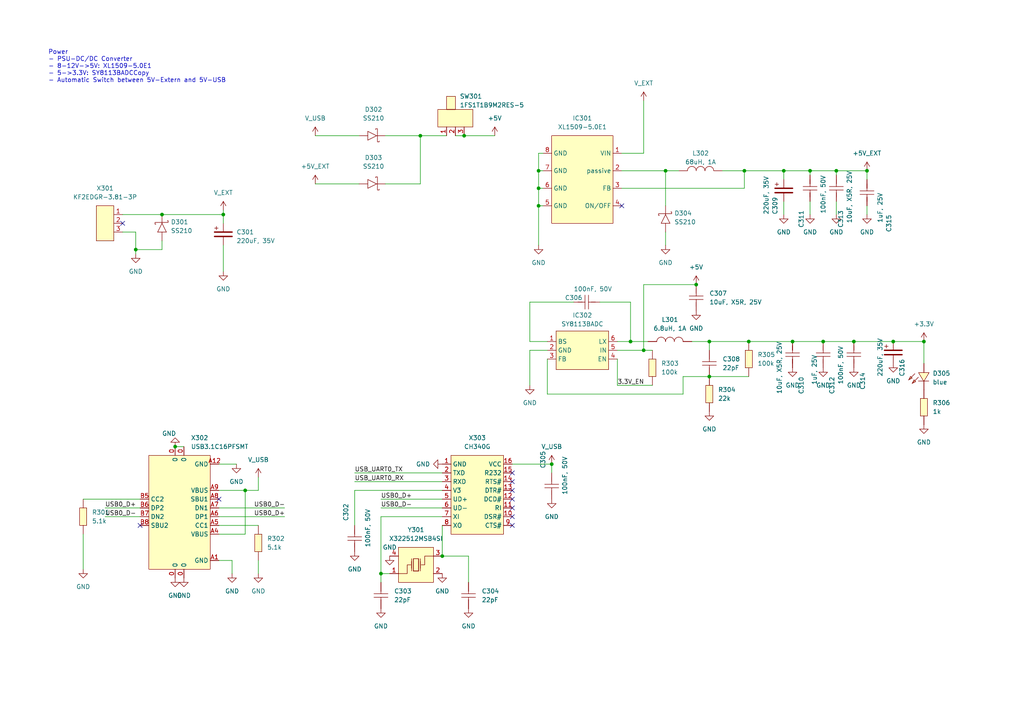
<source format=kicad_sch>
(kicad_sch (version 20211123) (generator eeschema)
  (paper "A4")
  (title_block (title "EduboardV2 Baseboard") (date "2022-06-05") (rev "1") (company "Juventus Technikerschule"))
  (lib_symbols
    (symbol "+5V_1" (power) (pin_names (offset 0))
      (property "Value" "+5V_1" (at 0 5.08 0))
      (symbol "+5V_1_1_1"
        (pin power_out line (at 0 0 90) (length 0) hide (name "+5V") (number "1"))
      )
    )
    (symbol "+5V_EXT_1" (power) (pin_names (offset 0))
      (property "Value" "+5V_EXT_1" (at 0 5.08 0))
      (symbol "+5V_EXT_1_1_1"
        (pin power_out line (at 0 0 90) (length 0) hide (name "+5V_EXT") (number "1"))
      )
    )
    (symbol "GND_1" (power) (pin_names (offset 0))
      (property "Value" "GND_1" (at 0 -5.08 0))
      (symbol "GND_1_1_1"
        (pin power_out line (at 0 0 270) (length 0) hide (name "GND") (number "1"))
      )
    )
    (symbol "GND_11" (power) (pin_names (offset 0))
      (property "Value" "GND_11" (at 0 -5.08 0))
      (symbol "GND_11_1_1"
        (pin power_out line (at 0 0 270) (length 0) hide (name "GND") (number "1"))
      )
    )
    (symbol "GND_12" (power) (pin_names (offset 0))
      (property "Value" "GND_12" (at 0 -5.08 0))
      (symbol "GND_12_1_1"
        (pin power_out line (at 0 0 270) (length 0) hide (name "GND") (number "1"))
      )
    )
    (symbol "GND_13" (power) (pin_names (offset 0))
      (property "Value" "GND_13" (at 0 -5.08 0))
      (symbol "GND_13_1_1"
        (pin power_out line (at 0 0 270) (length 0) hide (name "GND") (number "1"))
      )
    )
    (symbol "GND_14" (power) (pin_names (offset 0))
      (property "Value" "GND_14" (at 0 -5.08 0))
      (symbol "GND_14_1_1"
        (pin power_out line (at 0 0 270) (length 0) hide (name "GND") (number "1"))
      )
    )
    (symbol "GND_15" (power) (pin_names (offset 0))
      (property "Value" "GND_15" (at 0 -5.08 0))
      (symbol "GND_15_1_1"
        (pin power_out line (at 0 0 270) (length 0) hide (name "GND") (number "1"))
      )
    )
    (symbol "GND_16" (power) (pin_names (offset 0))
      (property "Value" "GND_16" (at 0 -5.08 0))
      (symbol "GND_16_1_1"
        (pin power_out line (at 0 0 270) (length 0) hide (name "GND") (number "1"))
      )
    )
    (symbol "GND_17" (power) (pin_names (offset 0))
      (property "Value" "GND_17" (at 0 -5.08 0))
      (symbol "GND_17_1_1"
        (pin power_out line (at 0 0 270) (length 0) hide (name "GND") (number "1"))
      )
    )
    (symbol "GND_18" (power) (pin_names (offset 0))
      (property "Value" "GND_18" (at 0 -5.08 0))
      (symbol "GND_18_1_1"
        (pin power_out line (at 0 0 270) (length 0) hide (name "GND") (number "1"))
      )
    )
    (symbol "GND_19" (power) (pin_names (offset 0))
      (property "Value" "GND_19" (at 0 -5.08 0))
      (symbol "GND_19_1_1"
        (pin power_out line (at 0 0 270) (length 0) hide (name "GND") (number "1"))
      )
    )
    (symbol "GND_2" (power) (pin_names (offset 0))
      (property "Value" "GND_2" (at 0 -5.08 0))
      (symbol "GND_2_1_1"
        (pin power_out line (at 0 0 270) (length 0) hide (name "GND") (number "1"))
      )
    )
    (symbol "GND_20" (power) (pin_names (offset 0))
      (property "Value" "GND_20" (at 0 -5.08 0))
      (symbol "GND_20_1_1"
        (pin power_out line (at 0 0 270) (length 0) hide (name "GND") (number "1"))
      )
    )
    (symbol "GND_21" (power) (pin_names (offset 0))
      (property "Value" "GND_21" (at 0 -5.08 0))
      (symbol "GND_21_1_1"
        (pin power_out line (at 0 0 270) (length 0) hide (name "GND") (number "1"))
      )
    )
    (symbol "GND_22" (power) (pin_names (offset 0))
      (property "Value" "GND_22" (at 0 -5.08 0))
      (symbol "GND_22_1_1"
        (pin power_out line (at 0 0 270) (length 0) hide (name "GND") (number "1"))
      )
    )
    (symbol "GND_23" (power) (pin_names (offset 0))
      (property "Value" "GND_23" (at 0 -5.08 0))
      (symbol "GND_23_1_1"
        (pin power_out line (at 0 0 270) (length 0) hide (name "GND") (number "1"))
      )
    )
    (symbol "GND_24" (power) (pin_names (offset 0))
      (property "Value" "GND_24" (at 0 -5.08 0))
      (symbol "GND_24_1_1"
        (pin power_out line (at 0 0 270) (length 0) hide (name "GND") (number "1"))
      )
    )
    (symbol "GND_25" (power) (pin_names (offset 0))
      (property "Value" "GND_25" (at 0 -5.08 0))
      (symbol "GND_25_1_1"
        (pin power_out line (at 0 0 270) (length 0) hide (name "GND") (number "1"))
      )
    )
    (symbol "GND_26" (power) (pin_names (offset 0))
      (property "Value" "GND_26" (at 0 -5.08 0))
      (symbol "GND_26_1_1"
        (pin power_out line (at 0 0 270) (length 0) hide (name "GND") (number "1"))
      )
    )
    (symbol "GND_27" (power) (pin_names (offset 0))
      (property "Value" "GND_27" (at 0 -5.08 0))
      (symbol "GND_27_1_1"
        (pin power_out line (at 0 0 270) (length 0) hide (name "GND") (number "1"))
      )
    )
    (symbol "GND_28" (power) (pin_names (offset 0))
      (property "Value" "GND_28" (at 0 -5.08 0))
      (symbol "GND_28_1_1"
        (pin power_out line (at 0 0 270) (length 0) hide (name "GND") (number "1"))
      )
    )
    (symbol "GND_29" (power) (pin_names (offset 0))
      (property "Value" "GND_29" (at 0 -5.08 0))
      (symbol "GND_29_1_1"
        (pin power_out line (at 0 0 270) (length 0) hide (name "GND") (number "1"))
      )
    )
    (symbol "GND_3" (power) (pin_names (offset 0))
      (property "Value" "GND_3" (at 0 -5.08 0))
      (symbol "GND_3_1_1"
        (pin power_out line (at 0 0 270) (length 0) hide (name "GND") (number "1"))
      )
    )
    (symbol "GND_4" (power) (pin_names (offset 0))
      (property "Value" "GND_4" (at 0 -5.08 0))
      (symbol "GND_4_1_1"
        (pin power_out line (at 0 0 270) (length 0) hide (name "GND") (number "1"))
      )
    )
    (symbol "GND_5" (power) (pin_names (offset 0))
      (property "Value" "GND_5" (at 0 -5.08 0))
      (symbol "GND_5_1_1"
        (pin power_out line (at 0 0 270) (length 0) hide (name "GND") (number "1"))
      )
    )
    (symbol "GND_6" (power) (pin_names (offset 0))
      (property "Value" "GND_6" (at 0 -5.08 0))
      (symbol "GND_6_1_1"
        (pin power_out line (at 0 0 270) (length 0) hide (name "GND") (number "1"))
      )
    )
    (symbol "GND_7" (power) (pin_names (offset 0))
      (property "Value" "GND_7" (at 0 -5.08 0))
      (symbol "GND_7_1_1"
        (pin power_out line (at 0 0 270) (length 0) hide (name "GND") (number "1"))
      )
    )
    (symbol "GND_8" (power) (pin_names (offset 0))
      (property "Value" "GND_8" (at 0 -5.08 0))
      (symbol "GND_8_1_1"
        (pin power_out line (at 0 0 270) (length 0) hide (name "GND") (number "1"))
      )
    )
    (symbol "GND_9" (power) (pin_names (offset 0))
      (property "Value" "GND_9" (at 0 -5.08 0))
      (symbol "GND_9_1_1"
        (pin power_out line (at 0 0 270) (length 0) hide (name "GND") (number "1"))
      )
    )
    (symbol "V_EXT_1" (power) (pin_names (offset 0))
      (property "Value" "V_EXT_1" (at 0 5.08 0))
      (symbol "V_EXT_1_1_1"
        (pin power_out line (at 0 0 90) (length 0) hide (name "V_EXT") (number "1"))
      )
    )
    (symbol "V_USB_1" (power) (pin_names (offset 0))
      (property "Value" "V_USB_1" (at 0 5.08 0))
      (symbol "V_USB_1_1_1"
        (pin power_out line (at 0 0 90) (length 0) hide (name "V_USB") (number "1"))
      )
    )
    (symbol "V_USB_2" (power) (pin_names (offset 0))
      (property "Value" "V_USB_2" (at 0 5.08 0))
      (symbol "V_USB_2_1_1"
        (pin power_out line (at 0 0 90) (length 0) hide (name "V_USB") (number "1"))
      )
    )
    (symbol "eduboardv2:+3.3V" (power) (pin_names (offset 0))
      (property "Value" "+3.3V" (at 0 5.08 0))
      (symbol "+3.3V_1_1"
        (pin power_out line (at 0 0 90) (length 0) hide (name "+3.3V") (number "1"))
      )
    )
    (symbol "eduboardv2:+5V" (power) (pin_names (offset 0))
      (property "Value" "+5V" (at 0 5.08 0))
      (symbol "+5V_1_1"
        (pin power_out line (at 0 0 90) (length 0) hide (name "+5V") (number "1"))
      )
    )
    (symbol "eduboardv2:+5V_EXT" (power) (pin_names (offset 0))
      (property "Value" "+5V_EXT" (at 0 5.08 0))
      (symbol "+5V_EXT_1_1"
        (pin power_out line (at 0 0 90) (length 0) hide (name "+5V_EXT") (number "1"))
      )
    )
    (symbol "eduboardv2:0402CG220J500NT" (pin_numbers hide) (pin_names hide)
      (property "Reference" "C?" (at 0 5.08 0))
      (property "Value" "0402CG220J500NT" (at 0 -5.08 0))
      (symbol "0402CG220J500NT_0_1"
        (pin passive line (at -3.81 0 0) (length 2.54) (name "1") (number "1"))
        (pin passive line (at 3.81 0 180) (length 2.54) (name "2") (number "2"))
      )
    )
    (symbol "eduboardv2:0402WGF1001TCE" (pin_numbers hide) (pin_names hide)
      (property "Reference" "R?" (at 0 5.08 0))
      (property "Value" "0402WGF1001TCE" (at 0 -5.08 0))
      (symbol "0402WGF1001TCE_0_1"
        (pin passive line (at -5.08 0 0) (length 2.54) (name "1") (number "1"))
        (pin passive line (at 5.08 0 180) (length 2.54) (name "2") (number "2"))
      )
    )
    (symbol "eduboardv2:0402WGF1003TCE" (pin_numbers hide) (pin_names hide)
      (property "Reference" "R?" (at 0 5.08 0))
      (property "Value" "0402WGF1003TCE" (at 0 -5.08 0))
      (symbol "0402WGF1003TCE_0_1"
        (pin passive line (at -5.08 0 0) (length 2.54) (name "1") (number "1"))
        (pin passive line (at 5.08 0 180) (length 2.54) (name "2") (number "2"))
      )
    )
    (symbol "eduboardv2:0402WGF2202TCE" (pin_numbers hide) (pin_names hide)
      (property "Reference" "R?" (at 0 5.08 0))
      (property "Value" "0402WGF2202TCE" (at 0 -5.08 0))
      (symbol "0402WGF2202TCE_0_1"
        (pin passive line (at -5.08 0 0) (length 2.54) (name "1") (number "1"))
        (pin passive line (at 5.08 0 180) (length 2.54) (name "2") (number "2"))
      )
    )
    (symbol "eduboardv2:0402WGF5101TCE" (pin_numbers hide) (pin_names hide)
      (property "Reference" "R?" (at 0 5.08 0))
      (property "Value" "0402WGF5101TCE" (at 0 -5.08 0))
      (symbol "0402WGF5101TCE_0_1"
        (pin passive line (at -5.08 0 0) (length 2.54) (name "1") (number "1"))
        (pin passive line (at 5.08 0 180) (length 2.54) (name "2") (number "2"))
      )
    )
    (symbol "eduboardv2:19-217_BHC-ZL1M2RY_3T" (pin_numbers hide) (pin_names hide)
      (property "Reference" "LED?" (at 0.3241 2.1166 0))
      (property "Value" "19-217_BHC-ZL1M2RY_3T" (at 0 -7.11 0))
      (symbol "19-217_BHC-ZL1M2RY_3T_0_1"
        (pin passive line (at 3.81 -2.54 180) (length 2.54) (name "A") (number "1"))
        (pin passive line (at -3.81 -2.54 0) (length 2.54) (name "C") (number "2"))
      )
    )
    (symbol "eduboardv2:1FS1T1B9M2RES-5" (pin_names hide)
      (property "Reference" "SW?" (at 0 0 0))
      (property "Value" "1FS1T1B9M2RES-5" (at 0 -10.16 0))
      (symbol "1FS1T1B9M2RES-5_0_1"
        (pin passive line (at -2.54 -5.08 90) (length 2.54) (name "1") (number "1"))
        (pin passive line (at 0 -5.08 90) (length 2.54) (name "2") (number "2"))
        (pin passive line (at 2.54 -5.08 90) (length 2.54) (name "3") (number "3"))
      )
    )
    (symbol "eduboardv2:CH340G"
      (property "Reference" "U?" (at 0 13.97 0))
      (property "Value" "CH340G" (at 0 -13.97 0))
      (symbol "CH340G_0_1"
        (pin passive line (at -10.16 8.89 0) (length 2.54) (name "GND") (number "1"))
        (pin passive line (at 10.16 -6.35 180) (length 2.54) (name "DSR#") (number "10"))
        (pin passive line (at 10.16 -3.81 180) (length 2.54) (name "RI") (number "11"))
        (pin passive line (at 10.16 -1.27 180) (length 2.54) (name "DCD#") (number "12"))
        (pin passive line (at 10.16 1.27 180) (length 2.54) (name "DTR#") (number "13"))
        (pin passive line (at 10.16 3.81 180) (length 2.54) (name "RTS#") (number "14"))
        (pin passive line (at 10.16 6.35 180) (length 2.54) (name "R232") (number "15"))
        (pin passive line (at 10.16 8.89 180) (length 2.54) (name "VCC") (number "16"))
        (pin passive line (at -10.16 6.35 0) (length 2.54) (name "TXD") (number "2"))
        (pin passive line (at -10.16 3.81 0) (length 2.54) (name "RXD") (number "3"))
        (pin passive line (at -10.16 1.27 0) (length 2.54) (name "V3") (number "4"))
        (pin passive line (at -10.16 -1.27 0) (length 2.54) (name "UD+") (number "5"))
        (pin passive line (at -10.16 -3.81 0) (length 2.54) (name "UD-") (number "6"))
        (pin passive line (at -10.16 -6.35 0) (length 2.54) (name "XI") (number "7"))
        (pin passive line (at -10.16 -8.89 0) (length 2.54) (name "XO") (number "8"))
        (pin passive line (at 10.16 -8.89 180) (length 2.54) (name "CTS#") (number "9"))
      )
    )
    (symbol "eduboardv2:CL05A105KA5NQNC" (pin_numbers hide) (pin_names hide)
      (property "Reference" "C?" (at 0 5.08 0))
      (property "Value" "CL05A105KA5NQNC" (at 0 -5.08 0))
      (symbol "CL05A105KA5NQNC_0_1"
        (pin passive line (at -3.81 0 0) (length 2.54) (name "1") (number "1"))
        (pin passive line (at 3.81 0 180) (length 2.54) (name "2") (number "2"))
      )
    )
    (symbol "eduboardv2:CL05B104KB54PNC" (pin_numbers hide) (pin_names hide)
      (property "Reference" "C?" (at 0 5.08 0))
      (property "Value" "CL05B104KB54PNC" (at 0 -5.08 0))
      (symbol "CL05B104KB54PNC_0_1"
        (pin passive line (at -3.81 0 0) (length 2.54) (name "1") (number "1"))
        (pin passive line (at 3.81 0 180) (length 2.54) (name "2") (number "2"))
      )
    )
    (symbol "eduboardv2:CL10A106MA8NRNC" (pin_numbers hide) (pin_names hide)
      (property "Reference" "C?" (at 0 5.08 0))
      (property "Value" "CL10A106MA8NRNC" (at 0 -5.08 0))
      (symbol "CL10A106MA8NRNC_0_1"
        (pin passive line (at -3.81 0 0) (length 2.54) (name "1") (number "1"))
        (pin passive line (at 3.81 0 180) (length 2.54) (name "2") (number "2"))
      )
    )
    (symbol "eduboardv2:GND" (power) (pin_names (offset 0))
      (property "Value" "GND" (at 0 -5.08 0))
      (symbol "GND_1_1"
        (pin power_out line (at 0 0 270) (length 0) hide (name "GND") (number "1"))
      )
    )
    (symbol "eduboardv2:KF2EDGR-3.81-3P" (pin_names hide)
      (property "Reference" "CN?" (at 0 7.62 0))
      (property "Value" "KF2EDGR-3.81-3P" (at 0 -7.62 0))
      (symbol "KF2EDGR-3.81-3P_0_1"
        (pin passive line (at -5.08 2.54 0) (length 2.54) (name "1") (number "1"))
        (pin passive line (at -5.08 0 0) (length 2.54) (name "2") (number "2"))
        (pin passive line (at -5.08 -2.54 0) (length 2.54) (name "3") (number "3"))
      )
    )
    (symbol "eduboardv2:SS210" (pin_numbers hide) (pin_names hide)
      (property "Reference" "D?" (at 0 5.08 0))
      (property "Value" "SS210" (at 0 -5.08 0))
      (symbol "SS210_0_1"
        (pin passive line (at -3.81 0 0) (length 2.54) (name "K") (number "1"))
        (pin passive line (at 3.81 0 180) (length 2.54) (name "A") (number "2"))
      )
    )
    (symbol "eduboardv2:SWPA4020S6R8MT" (pin_numbers hide)
      (property "Reference" "L?" (at 0 5.08 0))
      (property "Value" "SWPA4020S6R8MT" (at 0 -5.08 0))
      (symbol "SWPA4020S6R8MT_0_1"
        (pin passive line (at -6.35 0 0) (length 2.54) (name "") (number "1"))
        (pin passive line (at 6.35 0 180) (length 2.54) (name "") (number "2"))
      )
    )
    (symbol "eduboardv2:SWPA6045S680MT" (pin_numbers hide) (pin_names hide)
      (property "Reference" "L?" (at 0 5.08 0))
      (property "Value" "SWPA6045S680MT" (at 0 -5.08 0))
      (symbol "SWPA6045S680MT_0_1"
        (pin passive line (at -6.35 0 0) (length 2.54) (name "1") (number "1"))
        (pin passive line (at 6.35 0 180) (length 2.54) (name "2") (number "2"))
      )
    )
    (symbol "eduboardv2:SY8113BADC"
      (property "Reference" "U?" (at 0 7.62 0))
      (property "Value" "SY8113BADC" (at 0 -7.62 0))
      (symbol "SY8113BADC_0_1"
        (pin passive line (at -10.16 2.54 0) (length 2.54) (name "BS") (number "1"))
        (pin passive line (at -10.16 0 0) (length 2.54) (name "GND") (number "2"))
        (pin passive line (at -10.16 -2.54 0) (length 2.54) (name "FB") (number "3"))
        (pin passive line (at 10.16 -2.54 180) (length 2.54) (name "EN") (number "4"))
        (pin passive line (at 10.16 0 180) (length 2.54) (name "IN") (number "5"))
        (pin passive line (at 10.16 2.54 180) (length 2.54) (name "LX") (number "6"))
      )
    )
    (symbol "eduboardv2:USB3.1C16PFSMT"
      (property "Reference" "USBC?" (at 0 24.13 0))
      (property "Value" "USB3.1C16PFSMT" (at 0 -24.13 0))
      (symbol "USB3.1C16PFSMT_0_1"
        (pin passive line (at -1.27 -19.05 90) (length 2.54) (name "0") (number "0"))
        (pin passive line (at -1.27 19.05 270) (length 2.54) (name "0") (number "0"))
        (pin passive line (at 1.27 -19.05 90) (length 2.54) (name "0") (number "0"))
        (pin passive line (at 1.27 19.05 270) (length 2.54) (name "0") (number "0"))
        (pin passive line (at 11.43 -13.97 180) (length 2.54) (name "GND") (number "A1"))
        (pin passive line (at 11.43 13.97 180) (length 2.54) (name "GND") (number "A12"))
        (pin passive line (at 11.43 -6.35 180) (length 2.54) (name "VBUS") (number "A4"))
        (pin passive line (at 11.43 -3.81 180) (length 2.54) (name "CC1") (number "A5"))
        (pin passive line (at 11.43 -1.27 180) (length 2.54) (name "DP1") (number "A6"))
        (pin passive line (at 11.43 1.27 180) (length 2.54) (name "DN1") (number "A7"))
        (pin passive line (at 11.43 3.81 180) (length 2.54) (name "SBU1") (number "A8"))
        (pin passive line (at 11.43 6.35 180) (length 2.54) (name "VBUS") (number "A9"))
        (pin passive line (at -11.43 3.81 0) (length 2.54) (name "CC2") (number "B5"))
        (pin passive line (at -11.43 1.27 0) (length 2.54) (name "DP2") (number "B6"))
        (pin passive line (at -11.43 -1.27 0) (length 2.54) (name "DN2") (number "B7"))
        (pin passive line (at -11.43 -3.81 0) (length 2.54) (name "SBU2") (number "B8"))
      )
    )
    (symbol "eduboardv2:VEJ221M1VTR-0810" (pin_numbers hide) (pin_names hide)
      (property "Reference" "C?" (at 2.54 2.54 0))
      (property "Value" "VEJ221M1VTR-0810" (at 0 -12.45 0))
      (symbol "VEJ221M1VTR-0810_0_1"
        (pin passive line (at 0 3.81 270) (length 2.54) (name "1") (number "1"))
        (pin passive line (at 0 -2.54 90) (length 2.54) (name "2") (number "2"))
      )
    )
    (symbol "eduboardv2:V_EXT" (power) (pin_names (offset 0))
      (property "Value" "V_EXT" (at 0 5.08 0))
      (symbol "V_EXT_1_1"
        (pin power_out line (at 0 0 90) (length 0) hide (name "V_EXT") (number "1"))
      )
    )
    (symbol "eduboardv2:V_USB" (power) (pin_names (offset 0))
      (property "Value" "V_USB" (at 0 5.08 0))
      (symbol "V_USB_1_1"
        (pin power_out line (at 0 0 90) (length 0) hide (name "V_USB") (number "1"))
      )
    )
    (symbol "eduboardv2:X322512MSB4SI" (pin_names hide)
      (property "Reference" "X?" (at 0 7.62 0))
      (property "Value" "X322512MSB4SI" (at 0 -7.62 0))
      (symbol "X322512MSB4SI_0_1"
        (pin passive line (at -7.62 -2.54 0) (length 2.54) (name "OSC1") (number "1"))
        (pin passive line (at 7.62 -2.54 180) (length 2.54) (name "GND") (number "2"))
        (pin passive line (at 7.62 2.54 180) (length 2.54) (name "OSC2") (number "3"))
        (pin passive line (at -7.62 2.54 0) (length 2.54) (name "GND") (number "4"))
      )
    )
    (symbol "eduboardv2:XL1509-5.0E1"
      (property "Reference" "U?" (at 0 12.7 0))
      (property "Value" "XL1509-5.0E1" (at 0 -12.7 0))
      (symbol "XL1509-5.0E1_0_1"
        (pin passive line (at -11.43 7.62 0) (length 2.54) (name "VIN") (number "1"))
        (pin passive line (at -11.43 2.54 0) (length 2.54) (name "passive") (number "2"))
        (pin passive line (at -11.43 -2.54 0) (length 2.54) (name "FB") (number "3"))
        (pin passive line (at -11.43 -7.62 0) (length 2.54) (name "ON/OFF") (number "4"))
        (pin passive line (at 11.43 -7.62 180) (length 2.54) (name "GND") (number "5"))
        (pin passive line (at 11.43 -2.54 180) (length 2.54) (name "GND") (number "6"))
        (pin passive line (at 11.43 2.54 180) (length 2.54) (name "GND") (number "7"))
        (pin passive line (at 11.43 7.62 180) (length 2.54) (name "GND") (number "8"))
      )
    )
  )
  (junction (at 251.46 49.53))
  (junction (at 205.74 99.06))
  (junction (at 247.65 99.06))
  (junction (at 186.69 101.6))
  (junction (at 217.17 99.06))
  (junction (at 71.12 142.24))
  (junction (at 182.88 99.06))
  (junction (at 156.21 49.53))
  (junction (at 156.21 59.69))
  (junction (at 215.9 49.53))
  (junction (at 160.02 134.62))
  (junction (at 238.76 99.06))
  (junction (at 234.95 49.53))
  (junction (at 39.37 72.39))
  (junction (at 242.57 49.53))
  (junction (at 64.77 62.23))
  (junction (at 134.62 39.37))
  (junction (at 110.49 166.37))
  (junction (at 50.8 129.54))
  (junction (at 259.08 99.06))
  (junction (at 121.92 39.37))
  (junction (at 267.97 99.06))
  (junction (at 128.27 161.29))
  (junction (at 193.04 49.53))
  (junction (at 229.87 99.06))
  (junction (at 227.33 49.53))
  (junction (at 156.21 54.61))
  (junction (at 205.74 109.22))
  (junction (at 201.93 82.55))
  (junction (at 46.99 62.23))
  (no_connect (at 148.59 139.7))
  (no_connect (at 148.59 142.24))
  (no_connect (at 148.59 149.86))
  (no_connect (at 148.59 147.32))
  (no_connect (at 35.56 64.77))
  (no_connect (at 63.5 144.78))
  (no_connect (at 40.64 152.4))
  (no_connect (at 180.34 59.69))
  (no_connect (at 148.59 152.4))
  (no_connect (at 148.59 144.78))
  (no_connect (at 148.59 137.16))
  (wire (pts (xy 46.99 72.39) (xy 39.37 72.39)))
  (wire (pts (xy 46.99 69.85) (xy 46.99 72.39)))
  (wire (pts (xy 156.21 59.69) (xy 156.21 71.12)))
  (wire (pts (xy 71.12 154.94) (xy 71.12 142.24)))
  (wire (pts (xy 24.13 154.94) (xy 24.13 165.1)))
  (wire (pts (xy 242.57 49.53) (xy 251.46 49.53)))
  (wire (pts (xy 186.69 101.6) (xy 186.69 82.55)))
  (wire (pts (xy 121.92 39.37) (xy 129.54 39.37)))
  (wire (pts (xy 238.76 99.06) (xy 247.65 99.06)))
  (wire (pts (xy 160.02 134.62) (xy 148.59 134.62)))
  (wire (pts (xy 179.07 99.06) (xy 182.88 99.06)))
  (wire (pts (xy 64.77 62.23) (xy 64.77 64.77)))
  (wire (pts (xy 215.9 54.61) (xy 215.9 49.53)))
  (wire (pts (xy 35.56 62.23) (xy 46.99 62.23)))
  (wire (pts (xy 110.49 166.37) (xy 110.49 168.91)))
  (wire (pts (xy 179.07 104.14) (xy 179.07 111.76)))
  (wire (pts (xy 132.08 39.37) (xy 134.62 39.37)))
  (wire (pts (xy 63.5 134.62) (xy 68.58 134.62)))
  (wire (pts (xy 205.74 99.06) (xy 205.74 101.6)))
  (wire (pts (xy 247.65 99.06) (xy 259.08 99.06)))
  (wire (pts (xy 217.17 99.06) (xy 229.87 99.06)))
  (wire (pts (xy 39.37 67.31) (xy 39.37 72.39)))
  (wire (pts (xy 158.75 114.3) (xy 198.12 114.3)))
  (wire (pts (xy 180.34 54.61) (xy 215.9 54.61)))
  (wire (pts (xy 50.8 129.54) (xy 53.34 129.54)))
  (wire (pts (xy 189.23 101.6) (xy 186.69 101.6)))
  (wire (pts (xy 102.87 142.24) (xy 102.87 152.4)))
  (wire (pts (xy 242.57 49.53) (xy 242.57 50.8)))
  (wire (pts (xy 64.77 60.96) (xy 64.77 62.23)))
  (wire (pts (xy 215.9 49.53) (xy 227.33 49.53)))
  (wire (pts (xy 134.62 39.37) (xy 143.51 39.37)))
  (wire (pts (xy 64.77 71.12) (xy 64.77 78.74)))
  (wire (pts (xy 251.46 49.53) (xy 251.46 52.07)))
  (wire (pts (xy 193.04 71.12) (xy 193.04 67.31)))
  (wire (pts (xy 63.5 154.94) (xy 71.12 154.94)))
  (wire (pts (xy 227.33 58.42) (xy 227.33 62.23)))
  (wire (pts (xy 128.27 142.24) (xy 102.87 142.24)))
  (wire (pts (xy 153.67 87.63) (xy 153.67 99.06)))
  (wire (pts (xy 110.49 147.32) (xy 128.27 147.32)))
  (wire (pts (xy 156.21 54.61) (xy 156.21 59.69)))
  (wire (pts (xy 156.21 44.45) (xy 156.21 49.53)))
  (wire (pts (xy 251.46 59.69) (xy 251.46 62.23)))
  (wire (pts (xy 227.33 49.53) (xy 234.95 49.53)))
  (wire (pts (xy 156.21 49.53) (xy 156.21 54.61)))
  (wire (pts (xy 111.76 53.34) (xy 121.92 53.34)))
  (wire (pts (xy 71.12 142.24) (xy 63.5 142.24)))
  (wire (pts (xy 160.02 137.16) (xy 160.02 134.62)))
  (wire (pts (xy 74.93 138.43) (xy 74.93 142.24)))
  (wire (pts (xy 39.37 72.39) (xy 39.37 73.66)))
  (wire (pts (xy 24.13 144.78) (xy 40.64 144.78)))
  (wire (pts (xy 91.44 53.34) (xy 104.14 53.34)))
  (wire (pts (xy 234.95 49.53) (xy 234.95 50.8)))
  (wire (pts (xy 156.21 49.53) (xy 157.48 49.53)))
  (wire (pts (xy 63.5 149.86) (xy 82.55 149.86)))
  (wire (pts (xy 205.74 99.06) (xy 217.17 99.06)))
  (wire (pts (xy 200.66 99.06) (xy 205.74 99.06)))
  (wire (pts (xy 111.76 39.37) (xy 121.92 39.37)))
  (wire (pts (xy 67.31 162.56) (xy 67.31 166.37)))
  (wire (pts (xy 227.33 49.53) (xy 227.33 52.07)))
  (wire (pts (xy 128.27 152.4) (xy 128.27 161.29)))
  (wire (pts (xy 110.49 149.86) (xy 128.27 149.86)))
  (wire (pts (xy 209.55 49.53) (xy 215.9 49.53)))
  (wire (pts (xy 198.12 109.22) (xy 205.74 109.22)))
  (wire (pts (xy 173.99 87.63) (xy 182.88 87.63)))
  (wire (pts (xy 157.48 44.45) (xy 156.21 44.45)))
  (wire (pts (xy 180.34 44.45) (xy 186.69 44.45)))
  (wire (pts (xy 46.99 62.23) (xy 64.77 62.23)))
  (wire (pts (xy 205.74 109.22) (xy 217.17 109.22)))
  (wire (pts (xy 259.08 99.06) (xy 267.97 99.06)))
  (wire (pts (xy 242.57 58.42) (xy 242.57 62.23)))
  (wire (pts (xy 193.04 49.53) (xy 193.04 59.69)))
  (wire (pts (xy 113.03 166.37) (xy 110.49 166.37)))
  (wire (pts (xy 121.92 53.34) (xy 121.92 39.37)))
  (wire (pts (xy 153.67 101.6) (xy 153.67 111.76)))
  (wire (pts (xy 158.75 104.14) (xy 158.75 114.3)))
  (wire (pts (xy 179.07 111.76) (xy 189.23 111.76)))
  (wire (pts (xy 102.87 137.16) (xy 128.27 137.16)))
  (wire (pts (xy 157.48 59.69) (xy 156.21 59.69)))
  (wire (pts (xy 35.56 67.31) (xy 39.37 67.31)))
  (wire (pts (xy 63.5 147.32) (xy 82.55 147.32)))
  (wire (pts (xy 180.34 49.53) (xy 193.04 49.53)))
  (wire (pts (xy 182.88 99.06) (xy 187.96 99.06)))
  (wire (pts (xy 234.95 49.53) (xy 242.57 49.53)))
  (wire (pts (xy 198.12 114.3) (xy 198.12 109.22)))
  (wire (pts (xy 91.44 39.37) (xy 104.14 39.37)))
  (wire (pts (xy 110.49 166.37) (xy 110.49 149.86)))
  (wire (pts (xy 234.95 58.42) (xy 234.95 62.23)))
  (wire (pts (xy 135.89 168.91) (xy 135.89 161.29)))
  (wire (pts (xy 186.69 82.55) (xy 201.93 82.55)))
  (wire (pts (xy 267.97 99.06) (xy 267.97 105.41)))
  (wire (pts (xy 63.5 152.4) (xy 74.93 152.4)))
  (wire (pts (xy 158.75 101.6) (xy 153.67 101.6)))
  (wire (pts (xy 186.69 29.21) (xy 186.69 44.45)))
  (wire (pts (xy 179.07 101.6) (xy 186.69 101.6)))
  (wire (pts (xy 229.87 99.06) (xy 238.76 99.06)))
  (wire (pts (xy 74.93 162.56) (xy 74.93 166.37)))
  (wire (pts (xy 30.48 147.32) (xy 40.64 147.32)))
  (wire (pts (xy 135.89 161.29) (xy 128.27 161.29)))
  (wire (pts (xy 30.48 149.86) (xy 40.64 149.86)))
  (wire (pts (xy 193.04 49.53) (xy 196.85 49.53)))
  (wire (pts (xy 63.5 162.56) (xy 67.31 162.56)))
  (wire (pts (xy 74.93 142.24) (xy 71.12 142.24)))
  (wire (pts (xy 182.88 87.63) (xy 182.88 99.06)))
  (wire (pts (xy 153.67 99.06) (xy 158.75 99.06)))
  (wire (pts (xy 110.49 144.78) (xy 128.27 144.78)))
  (wire (pts (xy 153.67 87.63) (xy 166.37 87.63)))
  (wire (pts (xy 102.87 139.7) (xy 128.27 139.7)))
  (wire (pts (xy 157.48 54.61) (xy 156.21 54.61)))
  (text "Power\n- PSU-DC/DC Converter\n- 8-12V->5V: XL1509-5.0E1\n- 5->3.3V: SY8113BADCCopy\n- Automatic Switch between 5V-Extern and 5V-USB" (at 13.97 24.13 0) (effects (font (size 1.27 1.27)) (justify left bottom)))
  (label "3.3V_EN" (at 179.07 111.76 0))
  (label "USB0_D+" (at 110.49 144.78 0))
  (label "USB0_D-" (at 30.48 149.86 0))
  (label "USB0_D+" (at 73.66 149.86 0))
  (label "USB0_D-" (at 110.49 147.32 0))
  (label "USB_UART0_RX" (at 102.87 139.7 0))
  (label "USB_UART0_TX" (at 102.87 137.16 0))
  (label "USB0_D-" (at 73.66 147.32 0))
  (label "USB0_D+" (at 30.48 147.32 0))
  (symbol (lib_id "eduboardv2:SWPA4020S6R8MT") (at 194.31 99.06 0) (unit 1)
    (property "Reference" "L301" (at 194.31 92.71 0))
    (property "Value" "6.8uH, 1A" (at 194.31 95.25 0))
    (property "Footprint" "IND-SMD_L4.0-W4.0" (effects hide))
    (property "Datasheet" "https://lcsc.com/product-detail/Power-Inductors_6-8uH-20_C83425.html" (effects hide))
    (property "Manufacturer" "Sunlord" (effects hide))
    (property "LCSC Part" "C83425" (effects hide))
    (property "JLC Part" "Extended Part" (effects hide))
    (property "MPN" "SWPA4020S6R8MT" (effects hide))
  )
  (symbol (lib_name "GND_28") (lib_id "eduboardv2:GND") (at 267.97 123.19 0) (unit 1)
    (property "Reference" "#PWR0340" (effects hide))
    (property "Value" "GND" (at 267.97 128.27 0))
  )
  (symbol (lib_id "eduboardv2:SS210") (at 193.04 63.5 270) (unit 1)
    (property "Reference" "D304" (at 195.58 61.8489 90) (effects (justify left)))
    (property "Value" "SS210" (at 195.58 64.3889 90) (effects (justify left)))
    (property "Footprint" "SMA_L4.3-W2.6-LS5.2-RD" (effects hide))
    (property "Datasheet" "https://lcsc.com/product-detail/Schottky-Barrier-Diodes-SBD_SS210_C14996.html" (effects hide))
    (property "Manufacturer" "MDD" (effects hide))
    (property "LCSC Part" "C14996" (effects hide))
    (property "JLC Part" "Basic Part" (effects hide))
    (property "MPN" "SS210" (effects hide))
  )
  (symbol (lib_name "GND_4") (lib_id "eduboardv2:GND") (at 242.57 62.23 0) (unit 1)
    (property "Reference" "#PWR0334" (effects hide))
    (property "Value" "GND" (at 242.57 67.31 0))
  )
  (symbol (lib_id "eduboardv2:USB3.1C16PFSMT") (at 52.07 148.59 0) (unit 1)
    (property "Reference" "X302" (at 55.3594 127 0) (effects (justify left)))
    (property "Value" "USB3.1C16PFSMT" (at 55.3594 129.54 0) (effects (justify left)))
    (property "Footprint" "USB-C-SMD_TYPE-C-USB-17" (effects hide))
    (property "Datasheet" "https://lcsc.com/product-detail/USB-Type-C_USB-3-1-C-16PF-SMT-2-0Type_C167321.html" (effects hide))
    (property "Manufacturer" "LCSC" (effects hide))
    (property "LCSC Part" "C167321" (effects hide))
    (property "JLC Part" "Extended Part" (effects hide))
    (property "MPN" "USB3.1C16PFSMT" (effects hide))
  )
  (symbol (lib_name "GND_18") (lib_id "eduboardv2:GND") (at 156.21 71.12 0) (unit 1)
    (property "Reference" "#PWR0322" (effects hide))
    (property "Value" "GND" (at 156.21 76.2 0))
  )
  (symbol (lib_id "eduboardv2:GND") (at 229.87 106.68 0) (unit 1)
    (property "Reference" "#PWR0331" (effects hide))
    (property "Value" "GND" (at 229.87 111.76 0))
  )
  (symbol (lib_name "GND_22") (lib_id "eduboardv2:GND") (at 135.89 176.53 0) (unit 1)
    (property "Reference" "#PWR0320" (effects hide))
    (property "Value" "GND" (at 135.89 181.61 0))
  )
  (symbol (lib_name "+5V_1") (lib_id "eduboardv2:+5V") (at 143.51 39.37 0) (unit 1)
    (property "Reference" "#PWR0319" (effects hide))
    (property "Value" "+5V" (at 143.51 34.29 0))
  )
  (symbol (lib_name "V_EXT_1") (lib_id "eduboardv2:V_EXT") (at 64.77 60.96 0) (unit 1)
    (property "Reference" "#PWR0306" (effects hide))
    (property "Value" "V_EXT" (at 64.77 55.88 0))
  )
  (symbol (lib_name "GND_5") (lib_id "eduboardv2:GND") (at 39.37 73.66 0) (unit 1)
    (property "Reference" "#PWR0302" (effects hide))
    (property "Value" "GND" (at 39.37 78.74 0))
  )
  (symbol (lib_name "GND_26") (lib_id "eduboardv2:GND") (at 259.08 105.41 0) (unit 1)
    (property "Reference" "#PWR0338" (effects hide))
    (property "Value" "GND" (at 259.08 110.49 0))
  )
  (symbol (lib_id "eduboardv2:0402WGF5101TCE") (at 74.93 157.48 90) (unit 1)
    (property "Reference" "R302" (at 77.47 156.2099 90) (effects (justify right)))
    (property "Value" "5.1k" (at 77.47 158.7499 90) (effects (justify right)))
    (property "Footprint" "R0402" (effects hide))
    (property "Datasheet" "https://lcsc.com/product-detail/Chip-Resistor-Surface-Mount-UniOhm_5-1KR-5101-1_C25905.html" (effects hide))
    (property "Manufacturer" "UniOhm" (effects hide))
    (property "LCSC Part" "C25905" (effects hide))
    (property "JLC Part" "Basic Part" (effects hide))
    (property "MPN" "0402WGF5101TCE" (effects hide))
  )
  (symbol (lib_name "GND_16") (lib_id "eduboardv2:GND") (at 50.8 167.64 0) (unit 1)
    (property "Reference" "#PWR0304" (effects hide))
    (property "Value" "GND" (at 50.8 172.72 0))
  )
  (symbol (lib_name "GND_19") (lib_id "eduboardv2:GND") (at 193.04 71.12 0) (unit 1)
    (property "Reference" "#PWR0326" (effects hide))
    (property "Value" "GND" (at 193.04 76.2 0))
  )
  (symbol (lib_id "eduboardv2:CL10A106MA8NRNC") (at 242.57 54.61 90) (unit 1)
    (property "Reference" "C313" (at 243.84 60.96 0) (effects (justify right)))
    (property "Value" "10uF, X5R, 25V" (at 246.38 49.53 0) (effects (justify right)))
    (property "Footprint" "C0603" (effects hide))
    (property "Datasheet" "https://lcsc.com/product-detail/Multilayer-Ceramic-Capacitors-MLCC-SMD-SMT_SAMSUNG_CL10A106MA8NRNC_10uF-106-20-25V_C96446.html" (effects hide))
    (property "Manufacturer" "SAMSUNG" (effects hide))
    (property "LCSC Part" "C96446" (effects hide))
    (property "JLC Part" "Basic Part" (effects hide))
    (property "MPN" "CL10A106MA8NRNC" (effects hide))
  )
  (symbol (lib_id "eduboardv2:V_EXT") (at 186.69 29.21 0) (unit 1)
    (property "Reference" "#PWR0325" (effects hide))
    (property "Value" "V_EXT" (at 186.69 24.13 0))
  )
  (symbol (lib_id "eduboardv2:SS210") (at 46.99 66.04 270) (unit 1)
    (property "Reference" "D301" (at 49.53 64.3889 90) (effects (justify left)))
    (property "Value" "SS210" (at 49.53 66.9289 90) (effects (justify left)))
    (property "Footprint" "SMA_L4.3-W2.6-LS5.2-RD" (effects hide))
    (property "Datasheet" "https://lcsc.com/product-detail/Schottky-Barrier-Diodes-SBD_SS210_C14996.html" (effects hide))
    (property "Manufacturer" "MDD" (effects hide))
    (property "LCSC Part" "C14996" (effects hide))
    (property "JLC Part" "Basic Part" (effects hide))
    (property "MPN" "SS210" (effects hide))
  )
  (symbol (lib_name "GND_8") (lib_id "eduboardv2:GND") (at 205.74 119.38 0) (unit 1)
    (property "Reference" "#PWR0329" (effects hide))
    (property "Value" "GND" (at 205.74 124.46 0))
  )
  (symbol (lib_id "eduboardv2:+3.3V") (at 267.97 99.06 0) (unit 1)
    (property "Reference" "#PWR0339" (effects hide))
    (property "Value" "+3.3V" (at 267.97 93.98 0))
  )
  (symbol (lib_id "eduboardv2:+5V_EXT") (at 91.44 53.34 0) (unit 1)
    (property "Reference" "#PWR0313" (effects hide))
    (property "Value" "+5V_EXT" (at 91.44 48.26 0))
  )
  (symbol (lib_name "V_USB_2") (lib_id "eduboardv2:V_USB") (at 160.02 134.62 0) (unit 1)
    (property "Reference" "#PWR0323" (effects hide))
    (property "Value" "V_USB" (at 160.02 129.54 0))
  )
  (symbol (lib_name "GND_6") (lib_id "eduboardv2:GND") (at 64.77 78.74 0) (unit 1)
    (property "Reference" "#PWR0307" (effects hide))
    (property "Value" "GND" (at 64.77 83.82 0))
  )
  (symbol (lib_id "eduboardv2:KF2EDGR-3.81-3P") (at 30.48 64.77 0) (mirror y) (unit 1)
    (property "Reference" "X301" (at 30.48 54.61 0))
    (property "Value" "KF2EDGR-3.81-3P" (at 30.48 57.15 0))
    (property "Footprint" "CONN-TH_3P-P3.81_KF2EDGR-3.81-3P" (effects hide))
    (property "Datasheet" "https://lcsc.com/product-detail/Pluggable-System-Terminal-Block_Cixi-Kefa-Elec-KF2EDGR-3-81-3P_C441183.html" (effects hide))
    (property "Manufacturer" "Cixi Kefa Elec" (effects hide))
    (property "LCSC Part" "C441183" (effects hide))
    (property "JLC Part" "Extended Part" (effects hide))
    (property "MPN" "KF2EDGR-3.81-3P" (effects hide))
  )
  (symbol (lib_id "eduboardv2:CL05B104KB54PNC") (at 102.87 156.21 90) (unit 1)
    (property "Reference" "C302" (at 100.33 151.13 0) (effects (justify left)))
    (property "Value" "100nF, 50V" (at 106.68 158.75 0) (effects (justify left)))
    (property "Footprint" "C0402" (effects hide))
    (property "Datasheet" "https://lcsc.com/product-detail/Others_Samsung-Electro-Mechanics_CL05B104KB54PNC_Samsung-Electro-Mechanics-CL05B104KB54PNC_C307331.html" (effects hide))
    (property "Manufacturer" "Samsung Electro-Mechanics" (effects hide))
    (property "LCSC Part" "C307331" (effects hide))
    (property "JLC Part" "Basic Part" (effects hide))
    (property "MPN" "CL05B104KB54PNC" (effects hide))
  )
  (symbol (lib_name "GND_23") (lib_id "eduboardv2:GND") (at 113.03 161.29 0) (unit 1)
    (property "Reference" "#PWR0316" (effects hide))
    (property "Value" "GND" (at 113.03 158.75 0))
  )
  (symbol (lib_id "eduboardv2:CL10A106MA8NRNC") (at 229.87 102.87 90) (unit 1)
    (property "Reference" "C310" (at 232.41 109.22 0) (effects (justify right)))
    (property "Value" "10uF, X5R, 25V" (at 226.06 99.06 0) (effects (justify right)))
    (property "Footprint" "C0603" (effects hide))
    (property "Datasheet" "https://lcsc.com/product-detail/Multilayer-Ceramic-Capacitors-MLCC-SMD-SMT_SAMSUNG_CL10A106MA8NRNC_10uF-106-20-25V_C96446.html" (effects hide))
    (property "Manufacturer" "SAMSUNG" (effects hide))
    (property "LCSC Part" "C96446" (effects hide))
    (property "JLC Part" "Basic Part" (effects hide))
    (property "MPN" "CL10A106MA8NRNC" (effects hide))
  )
  (symbol (lib_name "GND_13") (lib_id "eduboardv2:GND") (at 68.58 134.62 0) (unit 1)
    (property "Reference" "#PWR0309" (effects hide))
    (property "Value" "GND" (at 68.58 139.7 0))
  )
  (symbol (lib_id "eduboardv2:0402WGF1003TCE") (at 189.23 106.68 90) (unit 1)
    (property "Reference" "R303" (at 191.77 105.4099 90) (effects (justify right)))
    (property "Value" "100k" (at 191.77 107.9499 90) (effects (justify right)))
    (property "Footprint" "R0402" (effects hide))
    (property "Datasheet" "https://lcsc.com/product-detail/Chip-Resistor-Surface-Mount-UniOhm_100KR-1003-1_C25741.html" (effects hide))
    (property "Manufacturer" "UniOhm" (effects hide))
    (property "LCSC Part" "C25741" (effects hide))
    (property "JLC Part" "Basic Part" (effects hide))
    (property "MPN" "0402WGF1003TCE" (effects hide))
  )
  (symbol (lib_id "eduboardv2:0402CG220J500NT") (at 110.49 172.72 90) (unit 1)
    (property "Reference" "C303" (at 114.3 171.4499 90) (effects (justify right)))
    (property "Value" "22pF" (at 114.3 173.9899 90) (effects (justify right)))
    (property "Footprint" "C0402" (effects hide))
    (property "Datasheet" "https://lcsc.com/product-detail/Multilayer-Ceramic-Capacitors-MLCC-SMD-SMT_22pF-220-5-50V_C1555.html" (effects hide))
    (property "Manufacturer" "FH" (effects hide))
    (property "LCSC Part" "C1555" (effects hide))
    (property "JLC Part" "Basic Part" (effects hide))
    (property "MPN" "0402CG220J500NT" (effects hide))
  )
  (symbol (lib_name "GND_21") (lib_id "eduboardv2:GND") (at 128.27 166.37 0) (unit 1)
    (property "Reference" "#PWR0318" (effects hide))
    (property "Value" "GND" (at 128.27 171.45 0))
  )
  (symbol (lib_name "GND_27") (lib_id "eduboardv2:GND") (at 247.65 106.68 0) (unit 1)
    (property "Reference" "#PWR0335" (effects hide))
    (property "Value" "GND" (at 247.65 111.76 0))
  )
  (symbol (lib_name "GND_29") (lib_id "eduboardv2:GND") (at 238.76 106.68 0) (unit 1)
    (property "Reference" "#PWR0333" (effects hide))
    (property "Value" "GND" (at 238.76 111.76 0))
  )
  (symbol (lib_id "eduboardv2:0402WGF1003TCE") (at 217.17 104.14 90) (unit 1)
    (property "Reference" "R305" (at 219.71 102.8699 90) (effects (justify right)))
    (property "Value" "100k" (at 219.71 105.4099 90) (effects (justify right)))
    (property "Footprint" "R0402" (effects hide))
    (property "Datasheet" "https://lcsc.com/product-detail/Chip-Resistor-Surface-Mount-UniOhm_100KR-1003-1_C25741.html" (effects hide))
    (property "Manufacturer" "UniOhm" (effects hide))
    (property "LCSC Part" "C25741" (effects hide))
    (property "JLC Part" "Basic Part" (effects hide))
    (property "MPN" "0402WGF1003TCE" (effects hide))
  )
  (symbol (lib_id "eduboardv2:CL05B104KB54PNC") (at 160.02 140.97 90) (unit 1)
    (property "Reference" "C305" (at 157.48 135.89 0) (effects (justify left)))
    (property "Value" "100nF, 50V" (at 163.83 143.51 0) (effects (justify left)))
    (property "Footprint" "C0402" (effects hide))
    (property "Datasheet" "https://lcsc.com/product-detail/Others_Samsung-Electro-Mechanics_CL05B104KB54PNC_Samsung-Electro-Mechanics-CL05B104KB54PNC_C307331.html" (effects hide))
    (property "Manufacturer" "Samsung Electro-Mechanics" (effects hide))
    (property "LCSC Part" "C307331" (effects hide))
    (property "JLC Part" "Basic Part" (effects hide))
    (property "MPN" "CL05B104KB54PNC" (effects hide))
  )
  (symbol (lib_name "GND_9") (lib_id "eduboardv2:GND") (at 201.93 90.17 0) (unit 1)
    (property "Reference" "#PWR0328" (effects hide))
    (property "Value" "GND" (at 201.93 95.25 0))
  )
  (symbol (lib_name "GND_7") (lib_id "eduboardv2:GND") (at 160.02 144.78 0) (unit 1)
    (property "Reference" "#PWR0324" (effects hide))
    (property "Value" "GND" (at 160.02 149.86 0))
  )
  (symbol (lib_id "eduboardv2:19-217_BHC-ZL1M2RY_3T") (at 265.43 109.22 90) (unit 1)
    (property "Reference" "D305" (at 270.51 108.2958 90) (effects (justify right)))
    (property "Value" "blue" (at 270.51 110.8358 90) (effects (justify right)))
    (property "Footprint" "LED0603-R-RD_BLUE" (effects hide))
    (property "Datasheet" "https://lcsc.com/product-detail/Light-Emitting-Diodes-LED_0603-Blue-light_C72041.html" (effects hide))
    (property "Manufacturer" "EVERLIGHT" (effects hide))
    (property "LCSC Part" "C72041" (effects hide))
    (property "JLC Part" "Basic Part" (effects hide))
    (property "MPN" "19-217/BHC-ZL1M2RY/3T" (effects hide))
  )
  (symbol (lib_id "eduboardv2:VEJ221M1VTR-0810") (at 227.33 55.88 0) (unit 1)
    (property "Reference" "C309" (at 224.79 62.23 90) (effects (justify left)))
    (property "Value" "220uF, 35V" (at 222.25 62.23 90) (effects (justify left)))
    (property "Footprint" "CAP-SMD_BD8.0-L8.3-W8.3-RD" (effects hide))
    (property "Datasheet" "https://lcsc.com/product-detail/Aluminum-Electrolytic-Capacitors-SMD_220uF-35V_C164065.html" (effects hide))
    (property "Manufacturer" "LELON" (effects hide))
    (property "LCSC Part" "C164065" (effects hide))
    (property "JLC Part" "Extended Part" (effects hide))
    (property "MPN" "VEJ221M1VTR-0810" (effects hide))
  )
  (symbol (lib_id "eduboardv2:X322512MSB4SI") (at 120.65 163.83 0) (unit 1)
    (property "Reference" "Y301" (at 120.65 153.67 0))
    (property "Value" "X322512MSB4SI" (at 120.65 156.21 0))
    (property "Footprint" "OSC-SMD_4P-L3.2-W2.5-BL" (effects hide))
    (property "Datasheet" "https://lcsc.com/product-detail/SMD-Crystals_YSX321SL-12MHZ-20PF-10PPM-40-85_C9002.html" (effects hide))
    (property "Manufacturer" "YXC" (effects hide))
    (property "LCSC Part" "C9002" (effects hide))
    (property "JLC Part" "Basic Part" (effects hide))
    (property "MPN" "X322512MSB4SI" (effects hide))
  )
  (symbol (lib_id "eduboardv2:CL05B104KB54PNC") (at 247.65 102.87 270) (unit 1)
    (property "Reference" "C314" (at 250.19 107.95 0) (effects (justify left)))
    (property "Value" "100nF, 50V" (at 243.84 100.33 0) (effects (justify left)))
    (property "Footprint" "C0402" (effects hide))
    (property "Datasheet" "https://lcsc.com/product-detail/Others_Samsung-Electro-Mechanics_CL05B104KB54PNC_Samsung-Electro-Mechanics-CL05B104KB54PNC_C307331.html" (effects hide))
    (property "Manufacturer" "Samsung Electro-Mechanics" (effects hide))
    (property "LCSC Part" "C307331" (effects hide))
    (property "JLC Part" "Basic Part" (effects hide))
    (property "MPN" "CL05B104KB54PNC" (effects hide))
  )
  (symbol (lib_id "eduboardv2:CL05A105KA5NQNC") (at 251.46 55.88 270) (unit 1)
    (property "Reference" "C315" (at 257.81 62.23 0) (effects (justify left)))
    (property "Value" "1uF, 25V" (at 255.27 55.88 0) (effects (justify left)))
    (property "Footprint" "C0402" (effects hide))
    (property "Datasheet" "https://lcsc.com/product-detail/Multilayer-Ceramic-Capacitors-MLCC-SMD-SMT_SAMSUNG_CL05A105KA5NQNC_1uF-105-10-25V_C52923.html" (effects hide))
    (property "Manufacturer" "SAMSUNG" (effects hide))
    (property "LCSC Part" "C52923" (effects hide))
    (property "JLC Part" "Basic Part" (effects hide))
    (property "MPN" "CL05A105KA5NQNC" (effects hide))
  )
  (symbol (lib_id "eduboardv2:V_USB") (at 74.93 138.43 0) (unit 1)
    (property "Reference" "#PWR0310" (effects hide))
    (property "Value" "V_USB" (at 74.93 133.35 0))
  )
  (symbol (lib_id "eduboardv2:CL05A105KA5NQNC") (at 238.76 102.87 270) (unit 1)
    (property "Reference" "C312" (at 241.3 109.22 0) (effects (justify left)))
    (property "Value" "1uF, 25V" (at 236.22 102.87 0) (effects (justify left)))
    (property "Footprint" "C0402" (effects hide))
    (property "Datasheet" "https://lcsc.com/product-detail/Multilayer-Ceramic-Capacitors-MLCC-SMD-SMT_SAMSUNG_CL05A105KA5NQNC_1uF-105-10-25V_C52923.html" (effects hide))
    (property "Manufacturer" "SAMSUNG" (effects hide))
    (property "LCSC Part" "C52923" (effects hide))
    (property "JLC Part" "Basic Part" (effects hide))
    (property "MPN" "CL05A105KA5NQNC" (effects hide))
  )
  (symbol (lib_name "GND_24") (lib_id "eduboardv2:GND") (at 110.49 176.53 0) (unit 1)
    (property "Reference" "#PWR0315" (effects hide))
    (property "Value" "GND" (at 110.49 181.61 0))
  )
  (symbol (lib_name "GND_11") (lib_id "eduboardv2:GND") (at 67.31 166.37 0) (unit 1)
    (property "Reference" "#PWR0308" (effects hide))
    (property "Value" "GND" (at 67.31 171.45 0))
  )
  (symbol (lib_id "eduboardv2:0402WGF5101TCE") (at 24.13 149.86 270) (unit 1)
    (property "Reference" "R301" (at 26.67 148.5899 90) (effects (justify left)))
    (property "Value" "5.1k" (at 26.67 151.1299 90) (effects (justify left)))
    (property "Footprint" "R0402" (effects hide))
    (property "Datasheet" "https://lcsc.com/product-detail/Chip-Resistor-Surface-Mount-UniOhm_5-1KR-5101-1_C25905.html" (effects hide))
    (property "Manufacturer" "UniOhm" (effects hide))
    (property "LCSC Part" "C25905" (effects hide))
    (property "JLC Part" "Basic Part" (effects hide))
    (property "MPN" "0402WGF5101TCE" (effects hide))
  )
  (symbol (lib_id "eduboardv2:GND") (at 153.67 111.76 0) (unit 1)
    (property "Reference" "#PWR0321" (effects hide))
    (property "Value" "GND" (at 153.67 116.84 0))
  )
  (symbol (lib_name "GND_2") (lib_id "eduboardv2:GND") (at 234.95 62.23 0) (unit 1)
    (property "Reference" "#PWR0332" (effects hide))
    (property "Value" "GND" (at 234.95 67.31 0))
  )
  (symbol (lib_id "eduboardv2:SS210") (at 107.95 53.34 180) (unit 1)
    (property "Reference" "D303" (at 108.331 45.72 0))
    (property "Value" "SS210" (at 108.331 48.26 0))
    (property "Footprint" "SMA_L4.3-W2.6-LS5.2-RD" (effects hide))
    (property "Datasheet" "https://lcsc.com/product-detail/Schottky-Barrier-Diodes-SBD_SS210_C14996.html" (effects hide))
    (property "Manufacturer" "MDD" (effects hide))
    (property "LCSC Part" "C14996" (effects hide))
    (property "JLC Part" "Basic Part" (effects hide))
    (property "MPN" "SS210" (effects hide))
  )
  (symbol (lib_id "eduboardv2:0402WGF1001TCE") (at 267.97 118.11 90) (unit 1)
    (property "Reference" "R306" (at 270.51 116.8399 90) (effects (justify right)))
    (property "Value" "1k" (at 270.51 119.3799 90) (effects (justify right)))
    (property "Footprint" "R0402" (effects hide))
    (property "Datasheet" "https://lcsc.com/product-detail/Chip-Resistor-Surface-Mount-UniOhm_1KR-1001-1_C11702.html" (effects hide))
    (property "Manufacturer" "UniOhm" (effects hide))
    (property "LCSC Part" "C11702" (effects hide))
    (property "JLC Part" "Basic Part" (effects hide))
    (property "MPN" "0402WGF1001TCE" (effects hide))
  )
  (symbol (lib_name "GND_15") (lib_id "eduboardv2:GND") (at 24.13 165.1 0) (unit 1)
    (property "Reference" "#PWR0301" (effects hide))
    (property "Value" "GND" (at 24.13 170.18 0))
  )
  (symbol (lib_name "GND_14") (lib_id "eduboardv2:GND") (at 50.8 129.54 180) (unit 1)
    (property "Reference" "#PWR0303" (effects hide))
    (property "Value" "GND" (at 46.99 125.73 0) (effects (justify right)))
  )
  (symbol (lib_id "eduboardv2:VEJ221M1VTR-0810") (at 259.08 102.87 0) (unit 1)
    (property "Reference" "C316" (at 261.62 109.22 90) (effects (justify left)))
    (property "Value" "220uF, 35V" (at 255.27 109.22 90) (effects (justify left)))
    (property "Footprint" "CAP-SMD_BD8.0-L8.3-W8.3-RD" (effects hide))
    (property "Datasheet" "https://lcsc.com/product-detail/Aluminum-Electrolytic-Capacitors-SMD_220uF-35V_C164065.html" (effects hide))
    (property "Manufacturer" "LELON" (effects hide))
    (property "LCSC Part" "C164065" (effects hide))
    (property "JLC Part" "Extended Part" (effects hide))
    (property "MPN" "VEJ221M1VTR-0810" (effects hide))
  )
  (symbol (lib_id "eduboardv2:XL1509-5.0E1") (at 168.91 52.07 0) (mirror y) (unit 1)
    (property "Reference" "IC301" (at 168.91 34.29 0))
    (property "Value" "XL1509-5.0E1" (at 168.91 36.83 0))
    (property "Footprint" "SOIC-8_L5.0-W4.0-P1.27-LS6.0-BL" (effects hide))
    (property "Datasheet" "https://lcsc.com/product-detail/DC-DC-Converters_XL1509-5-0E1_C61063.html" (effects hide))
    (property "Manufacturer" "XLSEMI" (effects hide))
    (property "LCSC Part" "C61063" (effects hide))
    (property "JLC Part" "Basic Part" (effects hide))
    (property "MPN" "XL1509-5.0E1" (effects hide))
  )
  (symbol (lib_name "+5V_EXT_1") (lib_id "eduboardv2:+5V_EXT") (at 251.46 49.53 0) (unit 1)
    (property "Reference" "#PWR0336" (effects hide))
    (property "Value" "+5V_EXT" (at 251.46 44.45 0))
  )
  (symbol (lib_name "V_USB_1") (lib_id "eduboardv2:V_USB") (at 91.44 39.37 0) (unit 1)
    (property "Reference" "#PWR0312" (effects hide))
    (property "Value" "V_USB" (at 91.44 34.29 0))
  )
  (symbol (lib_id "eduboardv2:CH340G") (at 138.43 143.51 0) (unit 1)
    (property "Reference" "X303" (at 138.43 127 0))
    (property "Value" "CH340G" (at 138.43 129.54 0))
    (property "Footprint" "SOIC-16_L9.9-W3.9-P1.27-LS6.0-BL" (effects hide))
    (property "Datasheet" "https://lcsc.com/product-detail/USB_CH340G_C14267.html" (effects hide))
    (property "Manufacturer" "WCH" (effects hide))
    (property "LCSC Part" "C14267" (effects hide))
    (property "JLC Part" "Extended Part" (effects hide))
    (property "MPN" "CH340G" (effects hide))
  )
  (symbol (lib_name "GND_1") (lib_id "eduboardv2:GND") (at 227.33 62.23 0) (unit 1)
    (property "Reference" "#PWR0330" (effects hide))
    (property "Value" "GND" (at 227.33 67.31 0))
  )
  (symbol (lib_name "GND_12") (lib_id "eduboardv2:GND") (at 74.93 166.37 0) (unit 1)
    (property "Reference" "#PWR0311" (effects hide))
    (property "Value" "GND" (at 74.93 171.45 0))
  )
  (symbol (lib_id "eduboardv2:CL05B104KB54PNC") (at 234.95 54.61 270) (unit 1)
    (property "Reference" "C311" (at 232.41 60.96 0) (effects (justify left)))
    (property "Value" "100nF, 50V" (at 238.76 50.8 0) (effects (justify left)))
    (property "Footprint" "C0402" (effects hide))
    (property "Datasheet" "https://lcsc.com/product-detail/Others_Samsung-Electro-Mechanics_CL05B104KB54PNC_Samsung-Electro-Mechanics-CL05B104KB54PNC_C307331.html" (effects hide))
    (property "Manufacturer" "Samsung Electro-Mechanics" (effects hide))
    (property "LCSC Part" "C307331" (effects hide))
    (property "JLC Part" "Basic Part" (effects hide))
    (property "MPN" "CL05B104KB54PNC" (effects hide))
  )
  (symbol (lib_id "eduboardv2:VEJ221M1VTR-0810") (at 64.77 68.58 0) (unit 1)
    (property "Reference" "C301" (at 68.58 67.3099 0) (effects (justify left)))
    (property "Value" "220uF, 35V" (at 68.58 69.8499 0) (effects (justify left)))
    (property "Footprint" "CAP-SMD_BD8.0-L8.3-W8.3-RD" (effects hide))
    (property "Datasheet" "https://lcsc.com/product-detail/Aluminum-Electrolytic-Capacitors-SMD_220uF-35V_C164065.html" (effects hide))
    (property "Manufacturer" "LELON" (effects hide))
    (property "LCSC Part" "C164065" (effects hide))
    (property "JLC Part" "Extended Part" (effects hide))
    (property "MPN" "VEJ221M1VTR-0810" (effects hide))
  )
  (symbol (lib_id "eduboardv2:0402CG220J500NT") (at 135.89 172.72 90) (unit 1)
    (property "Reference" "C304" (at 139.7 171.4499 90) (effects (justify right)))
    (property "Value" "22pF" (at 139.7 173.9899 90) (effects (justify right)))
    (property "Footprint" "C0402" (effects hide))
    (property "Datasheet" "https://lcsc.com/product-detail/Multilayer-Ceramic-Capacitors-MLCC-SMD-SMT_22pF-220-5-50V_C1555.html" (effects hide))
    (property "Manufacturer" "FH" (effects hide))
    (property "LCSC Part" "C1555" (effects hide))
    (property "JLC Part" "Basic Part" (effects hide))
    (property "MPN" "0402CG220J500NT" (effects hide))
  )
  (symbol (lib_name "GND_3") (lib_id "eduboardv2:GND") (at 251.46 62.23 0) (unit 1)
    (property "Reference" "#PWR0337" (effects hide))
    (property "Value" "GND" (at 251.46 67.31 0))
  )
  (symbol (lib_name "GND_17") (lib_id "eduboardv2:GND") (at 53.34 167.64 0) (unit 1)
    (property "Reference" "#PWR0305" (effects hide))
    (property "Value" "GND" (at 53.34 172.72 0))
  )
  (symbol (lib_id "eduboardv2:+5V") (at 201.93 82.55 0) (unit 1)
    (property "Reference" "#PWR0327" (effects hide))
    (property "Value" "+5V" (at 201.93 77.47 0))
  )
  (symbol (lib_id "eduboardv2:0402WGF2202TCE") (at 205.74 114.3 90) (unit 1)
    (property "Reference" "R304" (at 208.28 113.0299 90) (effects (justify right)))
    (property "Value" "22k" (at 208.28 115.5699 90) (effects (justify right)))
    (property "Footprint" "R0402" (effects hide))
    (property "Datasheet" "https://lcsc.com/product-detail/Chip-Resistor-Surface-Mount-UniOhm_22KR-2202-1_C25768.html" (effects hide))
    (property "Manufacturer" "UniOhm" (effects hide))
    (property "LCSC Part" "C25768" (effects hide))
    (property "JLC Part" "Basic Part" (effects hide))
    (property "MPN" "0402WGF2202TCE" (effects hide))
  )
  (symbol (lib_id "eduboardv2:CL10A106MA8NRNC") (at 201.93 86.36 90) (unit 1)
    (property "Reference" "C307" (at 205.74 85.0899 90) (effects (justify right)))
    (property "Value" "10uF, X5R, 25V" (at 205.74 87.6299 90) (effects (justify right)))
    (property "Footprint" "C0603" (effects hide))
    (property "Datasheet" "https://lcsc.com/product-detail/Multilayer-Ceramic-Capacitors-MLCC-SMD-SMT_SAMSUNG_CL10A106MA8NRNC_10uF-106-20-25V_C96446.html" (effects hide))
    (property "Manufacturer" "SAMSUNG" (effects hide))
    (property "LCSC Part" "C96446" (effects hide))
    (property "JLC Part" "Basic Part" (effects hide))
    (property "MPN" "CL10A106MA8NRNC" (effects hide))
  )
  (symbol (lib_id "eduboardv2:1FS1T1B9M2RES-5") (at 132.08 34.29 0) (unit 1)
    (property "Reference" "SW301" (at 133.35 27.94 0) (effects (justify left)))
    (property "Value" "1FS1T1B9M2RES-5" (at 133.35 30.48 0) (effects (justify left)))
    (property "Footprint" "SW-TH_1FS1T1B9M2RES-5" (effects hide))
    (property "Datasheet" "https://lcsc.com/product-detail/New-Arrivals_Dailywell-1FS1T1B9M2RES-5_C496164.html" (effects hide))
    (property "Manufacturer" "Dailywell" (effects hide))
    (property "LCSC Part" "C496164" (effects hide))
    (property "JLC Part" "Extended Part" (effects hide))
    (property "MPN" "1FS1T1B9M2RES-5" (effects hide))
  )
  (symbol (lib_name "GND_20") (lib_id "eduboardv2:GND") (at 102.87 160.02 0) (unit 1)
    (property "Reference" "#PWR0314" (effects hide))
    (property "Value" "GND" (at 102.87 165.1 0))
  )
  (symbol (lib_id "eduboardv2:SWPA6045S680MT") (at 203.2 49.53 0) (unit 1)
    (property "Reference" "L302" (at 203.2 44.45 0))
    (property "Value" "68uH, 1A" (at 203.2 46.99 0))
    (property "Footprint" "IND-SMD_L6.0-W6.0_FNR60XXS" (effects hide))
    (property "Datasheet" "https://lcsc.com/product-detail/Power-Inductors_68mH_C53663.html" (effects hide))
    (property "Manufacturer" "Sunlord" (effects hide))
    (property "LCSC Part" "C53663" (effects hide))
    (property "JLC Part" "Extended Part" (effects hide))
    (property "MPN" "SWPA6045S680MT" (effects hide))
    (property "Description" "68uH, 3A" (effects hide))
  )
  (symbol (lib_id "eduboardv2:CL05B104KB54PNC") (at 170.18 87.63 0) (unit 1)
    (property "Reference" "C306" (at 163.83 86.36 0) (effects (justify left)))
    (property "Value" "100nF, 50V" (at 166.37 83.82 0) (effects (justify left)))
    (property "Footprint" "C0402" (effects hide))
    (property "Datasheet" "https://lcsc.com/product-detail/Others_Samsung-Electro-Mechanics_CL05B104KB54PNC_Samsung-Electro-Mechanics-CL05B104KB54PNC_C307331.html" (effects hide))
    (property "Manufacturer" "Samsung Electro-Mechanics" (effects hide))
    (property "LCSC Part" "C307331" (effects hide))
    (property "JLC Part" "Basic Part" (effects hide))
    (property "MPN" "CL05B104KB54PNC" (effects hide))
  )
  (symbol (lib_id "eduboardv2:SY8113BADC") (at 168.91 101.6 0) (unit 1)
    (property "Reference" "IC302" (at 168.91 91.44 0))
    (property "Value" "SY8113BADC" (at 168.91 93.98 0))
    (property "Footprint" "TSOT-23-6_L2.9-W1.6-P0.95-LS2.8-BR" (effects hide))
    (property "Datasheet" "https://lcsc.com/product-detail/DC-DC-Converters_Silergy_SY8113BADC_SY8113BADC_C78989.html" (effects hide))
    (property "Manufacturer" "Silergy" (effects hide))
    (property "LCSC Part" "C78989" (effects hide))
    (property "JLC Part" "Extended Part" (effects hide))
    (property "MPN" "SY8113BADC" (effects hide))
  )
  (symbol (lib_id "eduboardv2:SS210") (at 107.95 39.37 180) (unit 1)
    (property "Reference" "D302" (at 108.331 31.75 0))
    (property "Value" "SS210" (at 108.331 34.29 0))
    (property "Footprint" "SMA_L4.3-W2.6-LS5.2-RD" (effects hide))
    (property "Datasheet" "https://lcsc.com/product-detail/Schottky-Barrier-Diodes-SBD_SS210_C14996.html" (effects hide))
    (property "Manufacturer" "MDD" (effects hide))
    (property "LCSC Part" "C14996" (effects hide))
    (property "JLC Part" "Basic Part" (effects hide))
    (property "MPN" "SS210" (effects hide))
  )
  (symbol (lib_id "eduboardv2:0402CG220J500NT") (at 205.74 105.41 90) (unit 1)
    (property "Reference" "C308" (at 209.55 104.1399 90) (effects (justify right)))
    (property "Value" "22pF" (at 209.55 106.6799 90) (effects (justify right)))
    (property "Footprint" "C0402" (effects hide))
    (property "Datasheet" "https://lcsc.com/product-detail/Multilayer-Ceramic-Capacitors-MLCC-SMD-SMT_22pF-220-5-50V_C1555.html" (effects hide))
    (property "Manufacturer" "FH" (effects hide))
    (property "LCSC Part" "C1555" (effects hide))
    (property "JLC Part" "Basic Part" (effects hide))
    (property "MPN" "0402CG220J500NT" (effects hide))
  )
  (symbol (lib_name "GND_25") (lib_id "eduboardv2:GND") (at 128.27 134.62 270) (mirror x) (unit 1)
    (property "Reference" "#PWR0317" (effects hide))
    (property "Value" "GND" (at 120.65 134.62 90) (effects (justify left)))
  )
)
</source>
